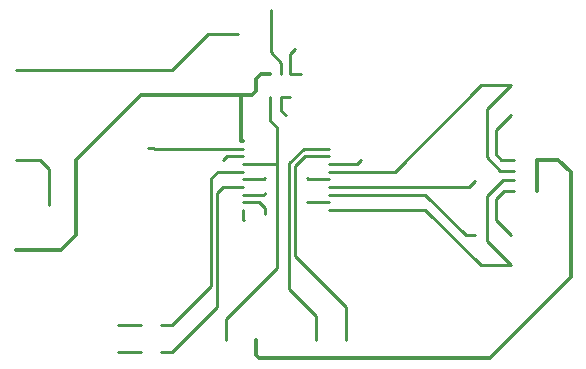
<source format=gbr>
G04 EAGLE Gerber RS-274X export*
G75*
%MOMM*%
%FSLAX34Y34*%
%LPD*%
%INTop Copper*%
%IPPOS*%
%AMOC8*
5,1,8,0,0,1.08239X$1,22.5*%
G01*
%ADD10C,0.254000*%
%ADD11C,0.304800*%


D10*
X304800Y25400D02*
X304800Y45720D01*
X281940Y175260D02*
X294530Y187850D01*
X281940Y175260D02*
X281940Y68580D01*
X304800Y45720D01*
X294530Y187850D02*
X315650Y187850D01*
X330200Y53340D02*
X330200Y25400D01*
X315650Y181350D02*
X295650Y181350D01*
X287020Y172720D01*
X287020Y96520D01*
X330200Y53340D01*
X228600Y43180D02*
X228600Y25400D01*
X228600Y43180D02*
X271780Y86360D01*
X271780Y175260D01*
X271780Y205740D01*
X266450Y211070D02*
X266450Y231550D01*
X266450Y211070D02*
X271780Y205740D01*
X271370Y174850D02*
X243150Y174850D01*
X271370Y174850D02*
X271780Y175260D01*
D11*
X492350Y178050D02*
X492350Y169100D01*
X492350Y161100D01*
X492350Y152150D01*
X241300Y194350D02*
X241300Y232800D01*
X241300Y194350D02*
X243150Y194350D01*
X88900Y101600D02*
X50800Y101600D01*
X88900Y101600D02*
X101600Y114300D01*
X101600Y177800D01*
X156600Y232800D02*
X241300Y232800D01*
X156600Y232800D02*
X101600Y177800D01*
X258670Y251050D02*
X266450Y251050D01*
X258670Y251050D02*
X254000Y246380D01*
X254000Y236220D01*
X250580Y232800D02*
X241300Y232800D01*
X250580Y232800D02*
X254000Y236220D01*
X492350Y178050D02*
X510290Y178050D01*
X520700Y167640D01*
X520700Y78740D01*
X452120Y10160D01*
X256540Y10160D01*
X254000Y12700D01*
X254000Y25400D01*
D10*
X297290Y142350D02*
X315650Y142350D01*
X297290Y142350D02*
X297180Y142240D01*
X238760Y284480D02*
X213360Y284480D01*
X182880Y254000D01*
X50800Y254000D01*
X243150Y135850D02*
X243150Y127690D01*
X243840Y127000D01*
X243150Y161850D02*
X260910Y161850D01*
X261620Y162560D01*
X297180Y162560D02*
X297890Y161850D01*
X315650Y161850D01*
X71120Y177800D02*
X50800Y177800D01*
X71120Y177800D02*
X78740Y170180D01*
X78740Y139700D01*
X339950Y174850D02*
X342900Y177800D01*
X339950Y174850D02*
X315650Y174850D01*
X243150Y187850D02*
X172610Y187850D01*
X162560Y187960D01*
X266700Y269240D02*
X266700Y304800D01*
X275400Y260540D02*
X275400Y251050D01*
X275400Y260540D02*
X266700Y269240D01*
X243150Y181350D02*
X229610Y181350D01*
X226060Y177800D01*
X156600Y38100D02*
X137500Y38100D01*
X460820Y169100D02*
X472850Y169100D01*
X460820Y169100D02*
X449580Y180340D01*
X449580Y220980D01*
X469900Y241300D01*
X371550Y168350D02*
X315650Y168350D01*
X371550Y168350D02*
X444500Y241300D01*
X469900Y241300D01*
X472850Y178050D02*
X462030Y178050D01*
X457200Y182880D01*
X457200Y203200D01*
X469900Y215900D01*
X434750Y155350D02*
X315650Y155350D01*
X434750Y155350D02*
X439420Y160020D01*
X464570Y152150D02*
X472850Y152150D01*
X464570Y152150D02*
X457200Y144780D01*
X457200Y127000D01*
X469900Y114300D01*
X397250Y148850D02*
X315650Y148850D01*
X397250Y148850D02*
X431800Y114300D01*
X439420Y114300D01*
X463360Y161100D02*
X472850Y161100D01*
X463360Y161100D02*
X449580Y147320D01*
X449580Y109220D01*
X469900Y88900D01*
X397550Y135850D02*
X315650Y135850D01*
X397550Y135850D02*
X444500Y88900D01*
X469900Y88900D01*
X243150Y168350D02*
X221690Y168350D01*
X215900Y162560D01*
X215900Y71120D01*
X182880Y38100D01*
X173600Y38100D01*
X275400Y231550D02*
X283400Y231550D01*
X275400Y231550D02*
X275400Y219900D01*
X279400Y215900D01*
X261620Y149860D02*
X260610Y148850D01*
X243150Y148850D01*
X283400Y251050D02*
X292350Y251050D01*
X283400Y251050D02*
X283400Y268160D01*
X287020Y271780D01*
X261620Y137160D02*
X261620Y132080D01*
X261620Y137160D02*
X256430Y142350D01*
X243150Y142350D01*
X156600Y15240D02*
X137500Y15240D01*
X226470Y155350D02*
X243150Y155350D01*
X226470Y155350D02*
X220980Y149860D01*
X220980Y53340D01*
X182880Y15240D01*
X173600Y15240D01*
M02*

</source>
